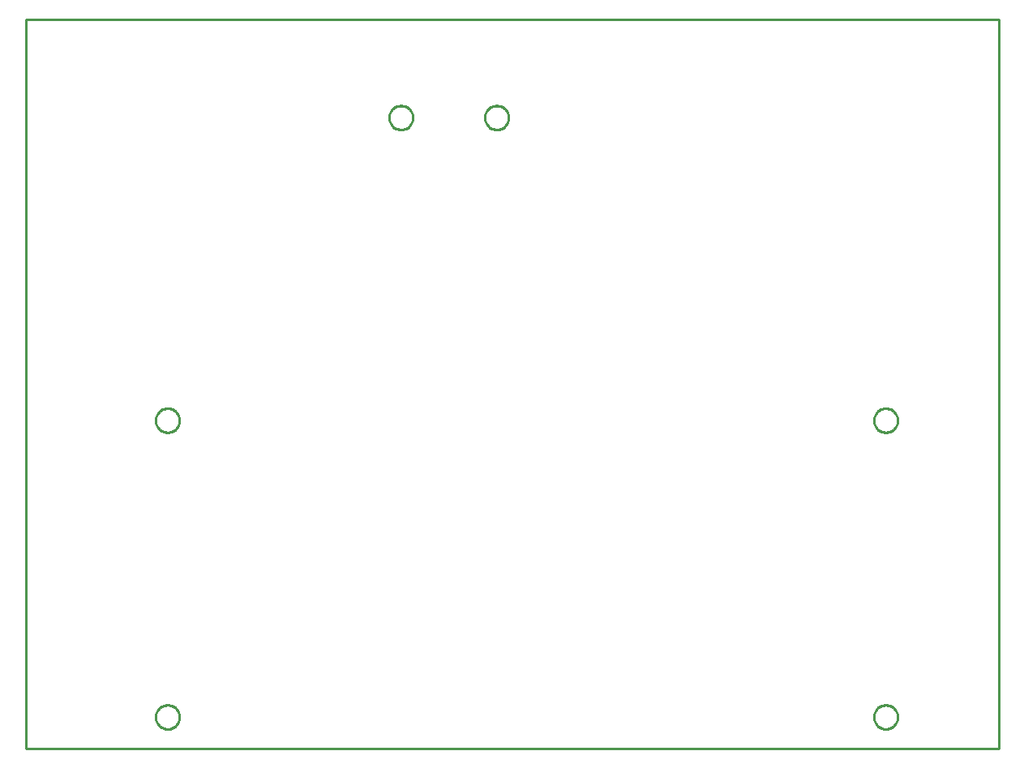
<source format=gbr>
G04 EAGLE Gerber RS-274X export*
G75*
%MOMM*%
%FSLAX34Y34*%
%LPD*%
%IN*%
%IPPOS*%
%AMOC8*
5,1,8,0,0,1.08239X$1,22.5*%
G01*
%ADD10C,0.254000*%


D10*
X0Y0D02*
X1016000Y0D01*
X1016000Y762000D01*
X0Y762000D01*
X0Y0D01*
X160700Y342409D02*
X160623Y341430D01*
X160469Y340460D01*
X160240Y339504D01*
X159936Y338570D01*
X159561Y337663D01*
X159115Y336788D01*
X158601Y335950D01*
X158024Y335155D01*
X157386Y334408D01*
X156692Y333714D01*
X155945Y333076D01*
X155150Y332499D01*
X154312Y331985D01*
X153437Y331539D01*
X152530Y331164D01*
X151596Y330860D01*
X150641Y330631D01*
X149670Y330477D01*
X148691Y330400D01*
X147709Y330400D01*
X146730Y330477D01*
X145760Y330631D01*
X144804Y330860D01*
X143870Y331164D01*
X142963Y331539D01*
X142088Y331985D01*
X141250Y332499D01*
X140455Y333076D01*
X139708Y333714D01*
X139014Y334408D01*
X138376Y335155D01*
X137799Y335950D01*
X137285Y336788D01*
X136839Y337663D01*
X136464Y338570D01*
X136160Y339504D01*
X135931Y340460D01*
X135777Y341430D01*
X135700Y342409D01*
X135700Y343391D01*
X135777Y344370D01*
X135931Y345341D01*
X136160Y346296D01*
X136464Y347230D01*
X136839Y348137D01*
X137285Y349012D01*
X137799Y349850D01*
X138376Y350645D01*
X139014Y351392D01*
X139708Y352086D01*
X140455Y352724D01*
X141250Y353301D01*
X142088Y353815D01*
X142963Y354261D01*
X143870Y354636D01*
X144804Y354940D01*
X145760Y355169D01*
X146730Y355323D01*
X147709Y355400D01*
X148691Y355400D01*
X149670Y355323D01*
X150641Y355169D01*
X151596Y354940D01*
X152530Y354636D01*
X153437Y354261D01*
X154312Y353815D01*
X155150Y353301D01*
X155945Y352724D01*
X156692Y352086D01*
X157386Y351392D01*
X158024Y350645D01*
X158601Y349850D01*
X159115Y349012D01*
X159561Y348137D01*
X159936Y347230D01*
X160240Y346296D01*
X160469Y345341D01*
X160623Y344370D01*
X160700Y343391D01*
X160700Y342409D01*
X910700Y342409D02*
X910623Y341430D01*
X910469Y340460D01*
X910240Y339504D01*
X909936Y338570D01*
X909561Y337663D01*
X909115Y336788D01*
X908601Y335950D01*
X908024Y335155D01*
X907386Y334408D01*
X906692Y333714D01*
X905945Y333076D01*
X905150Y332499D01*
X904312Y331985D01*
X903437Y331539D01*
X902530Y331164D01*
X901596Y330860D01*
X900641Y330631D01*
X899670Y330477D01*
X898691Y330400D01*
X897709Y330400D01*
X896730Y330477D01*
X895760Y330631D01*
X894804Y330860D01*
X893870Y331164D01*
X892963Y331539D01*
X892088Y331985D01*
X891250Y332499D01*
X890455Y333076D01*
X889708Y333714D01*
X889014Y334408D01*
X888376Y335155D01*
X887799Y335950D01*
X887285Y336788D01*
X886839Y337663D01*
X886464Y338570D01*
X886160Y339504D01*
X885931Y340460D01*
X885777Y341430D01*
X885700Y342409D01*
X885700Y343391D01*
X885777Y344370D01*
X885931Y345341D01*
X886160Y346296D01*
X886464Y347230D01*
X886839Y348137D01*
X887285Y349012D01*
X887799Y349850D01*
X888376Y350645D01*
X889014Y351392D01*
X889708Y352086D01*
X890455Y352724D01*
X891250Y353301D01*
X892088Y353815D01*
X892963Y354261D01*
X893870Y354636D01*
X894804Y354940D01*
X895760Y355169D01*
X896730Y355323D01*
X897709Y355400D01*
X898691Y355400D01*
X899670Y355323D01*
X900641Y355169D01*
X901596Y354940D01*
X902530Y354636D01*
X903437Y354261D01*
X904312Y353815D01*
X905150Y353301D01*
X905945Y352724D01*
X906692Y352086D01*
X907386Y351392D01*
X908024Y350645D01*
X908601Y349850D01*
X909115Y349012D01*
X909561Y348137D01*
X909936Y347230D01*
X910240Y346296D01*
X910469Y345341D01*
X910623Y344370D01*
X910700Y343391D01*
X910700Y342409D01*
X160700Y32409D02*
X160623Y31430D01*
X160469Y30460D01*
X160240Y29504D01*
X159936Y28570D01*
X159561Y27663D01*
X159115Y26788D01*
X158601Y25950D01*
X158024Y25155D01*
X157386Y24408D01*
X156692Y23714D01*
X155945Y23076D01*
X155150Y22499D01*
X154312Y21985D01*
X153437Y21539D01*
X152530Y21164D01*
X151596Y20860D01*
X150641Y20631D01*
X149670Y20477D01*
X148691Y20400D01*
X147709Y20400D01*
X146730Y20477D01*
X145760Y20631D01*
X144804Y20860D01*
X143870Y21164D01*
X142963Y21539D01*
X142088Y21985D01*
X141250Y22499D01*
X140455Y23076D01*
X139708Y23714D01*
X139014Y24408D01*
X138376Y25155D01*
X137799Y25950D01*
X137285Y26788D01*
X136839Y27663D01*
X136464Y28570D01*
X136160Y29504D01*
X135931Y30460D01*
X135777Y31430D01*
X135700Y32409D01*
X135700Y33391D01*
X135777Y34370D01*
X135931Y35341D01*
X136160Y36296D01*
X136464Y37230D01*
X136839Y38137D01*
X137285Y39012D01*
X137799Y39850D01*
X138376Y40645D01*
X139014Y41392D01*
X139708Y42086D01*
X140455Y42724D01*
X141250Y43301D01*
X142088Y43815D01*
X142963Y44261D01*
X143870Y44636D01*
X144804Y44940D01*
X145760Y45169D01*
X146730Y45323D01*
X147709Y45400D01*
X148691Y45400D01*
X149670Y45323D01*
X150641Y45169D01*
X151596Y44940D01*
X152530Y44636D01*
X153437Y44261D01*
X154312Y43815D01*
X155150Y43301D01*
X155945Y42724D01*
X156692Y42086D01*
X157386Y41392D01*
X158024Y40645D01*
X158601Y39850D01*
X159115Y39012D01*
X159561Y38137D01*
X159936Y37230D01*
X160240Y36296D01*
X160469Y35341D01*
X160623Y34370D01*
X160700Y33391D01*
X160700Y32409D01*
X910700Y32409D02*
X910623Y31430D01*
X910469Y30460D01*
X910240Y29504D01*
X909936Y28570D01*
X909561Y27663D01*
X909115Y26788D01*
X908601Y25950D01*
X908024Y25155D01*
X907386Y24408D01*
X906692Y23714D01*
X905945Y23076D01*
X905150Y22499D01*
X904312Y21985D01*
X903437Y21539D01*
X902530Y21164D01*
X901596Y20860D01*
X900641Y20631D01*
X899670Y20477D01*
X898691Y20400D01*
X897709Y20400D01*
X896730Y20477D01*
X895760Y20631D01*
X894804Y20860D01*
X893870Y21164D01*
X892963Y21539D01*
X892088Y21985D01*
X891250Y22499D01*
X890455Y23076D01*
X889708Y23714D01*
X889014Y24408D01*
X888376Y25155D01*
X887799Y25950D01*
X887285Y26788D01*
X886839Y27663D01*
X886464Y28570D01*
X886160Y29504D01*
X885931Y30460D01*
X885777Y31430D01*
X885700Y32409D01*
X885700Y33391D01*
X885777Y34370D01*
X885931Y35341D01*
X886160Y36296D01*
X886464Y37230D01*
X886839Y38137D01*
X887285Y39012D01*
X887799Y39850D01*
X888376Y40645D01*
X889014Y41392D01*
X889708Y42086D01*
X890455Y42724D01*
X891250Y43301D01*
X892088Y43815D01*
X892963Y44261D01*
X893870Y44636D01*
X894804Y44940D01*
X895760Y45169D01*
X896730Y45323D01*
X897709Y45400D01*
X898691Y45400D01*
X899670Y45323D01*
X900641Y45169D01*
X901596Y44940D01*
X902530Y44636D01*
X903437Y44261D01*
X904312Y43815D01*
X905150Y43301D01*
X905945Y42724D01*
X906692Y42086D01*
X907386Y41392D01*
X908024Y40645D01*
X908601Y39850D01*
X909115Y39012D01*
X909561Y38137D01*
X909936Y37230D01*
X910240Y36296D01*
X910469Y35341D01*
X910623Y34370D01*
X910700Y33391D01*
X910700Y32409D01*
X404460Y658789D02*
X404383Y657810D01*
X404229Y656840D01*
X404000Y655884D01*
X403696Y654950D01*
X403321Y654043D01*
X402875Y653168D01*
X402361Y652330D01*
X401784Y651535D01*
X401146Y650788D01*
X400452Y650094D01*
X399705Y649456D01*
X398910Y648879D01*
X398072Y648365D01*
X397197Y647919D01*
X396290Y647544D01*
X395356Y647240D01*
X394401Y647011D01*
X393430Y646857D01*
X392451Y646780D01*
X391469Y646780D01*
X390490Y646857D01*
X389520Y647011D01*
X388564Y647240D01*
X387630Y647544D01*
X386723Y647919D01*
X385848Y648365D01*
X385010Y648879D01*
X384215Y649456D01*
X383468Y650094D01*
X382774Y650788D01*
X382136Y651535D01*
X381559Y652330D01*
X381045Y653168D01*
X380599Y654043D01*
X380224Y654950D01*
X379920Y655884D01*
X379691Y656840D01*
X379537Y657810D01*
X379460Y658789D01*
X379460Y659771D01*
X379537Y660750D01*
X379691Y661721D01*
X379920Y662676D01*
X380224Y663610D01*
X380599Y664517D01*
X381045Y665392D01*
X381559Y666230D01*
X382136Y667025D01*
X382774Y667772D01*
X383468Y668466D01*
X384215Y669104D01*
X385010Y669681D01*
X385848Y670195D01*
X386723Y670641D01*
X387630Y671016D01*
X388564Y671320D01*
X389520Y671549D01*
X390490Y671703D01*
X391469Y671780D01*
X392451Y671780D01*
X393430Y671703D01*
X394401Y671549D01*
X395356Y671320D01*
X396290Y671016D01*
X397197Y670641D01*
X398072Y670195D01*
X398910Y669681D01*
X399705Y669104D01*
X400452Y668466D01*
X401146Y667772D01*
X401784Y667025D01*
X402361Y666230D01*
X402875Y665392D01*
X403321Y664517D01*
X403696Y663610D01*
X404000Y662676D01*
X404229Y661721D01*
X404383Y660750D01*
X404460Y659771D01*
X404460Y658789D01*
X504460Y658789D02*
X504383Y657810D01*
X504229Y656840D01*
X504000Y655884D01*
X503696Y654950D01*
X503321Y654043D01*
X502875Y653168D01*
X502361Y652330D01*
X501784Y651535D01*
X501146Y650788D01*
X500452Y650094D01*
X499705Y649456D01*
X498910Y648879D01*
X498072Y648365D01*
X497197Y647919D01*
X496290Y647544D01*
X495356Y647240D01*
X494401Y647011D01*
X493430Y646857D01*
X492451Y646780D01*
X491469Y646780D01*
X490490Y646857D01*
X489520Y647011D01*
X488564Y647240D01*
X487630Y647544D01*
X486723Y647919D01*
X485848Y648365D01*
X485010Y648879D01*
X484215Y649456D01*
X483468Y650094D01*
X482774Y650788D01*
X482136Y651535D01*
X481559Y652330D01*
X481045Y653168D01*
X480599Y654043D01*
X480224Y654950D01*
X479920Y655884D01*
X479691Y656840D01*
X479537Y657810D01*
X479460Y658789D01*
X479460Y659771D01*
X479537Y660750D01*
X479691Y661721D01*
X479920Y662676D01*
X480224Y663610D01*
X480599Y664517D01*
X481045Y665392D01*
X481559Y666230D01*
X482136Y667025D01*
X482774Y667772D01*
X483468Y668466D01*
X484215Y669104D01*
X485010Y669681D01*
X485848Y670195D01*
X486723Y670641D01*
X487630Y671016D01*
X488564Y671320D01*
X489520Y671549D01*
X490490Y671703D01*
X491469Y671780D01*
X492451Y671780D01*
X493430Y671703D01*
X494401Y671549D01*
X495356Y671320D01*
X496290Y671016D01*
X497197Y670641D01*
X498072Y670195D01*
X498910Y669681D01*
X499705Y669104D01*
X500452Y668466D01*
X501146Y667772D01*
X501784Y667025D01*
X502361Y666230D01*
X502875Y665392D01*
X503321Y664517D01*
X503696Y663610D01*
X504000Y662676D01*
X504229Y661721D01*
X504383Y660750D01*
X504460Y659771D01*
X504460Y658789D01*
M02*

</source>
